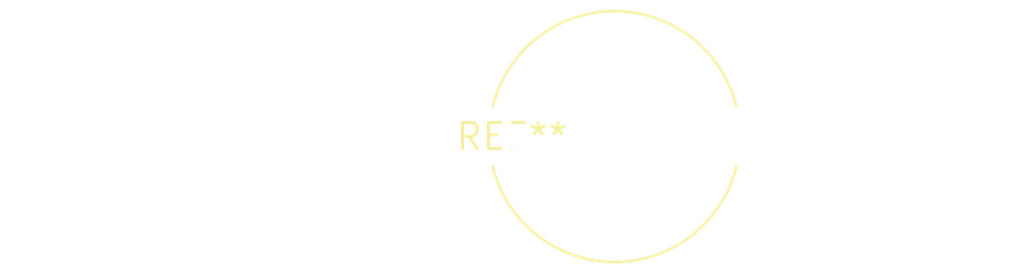
<source format=kicad_pcb>
(kicad_pcb (version 20240108) (generator pcbnew)
  (layers (0 "F.Cu" signal) (31 "B.Cu" signal) (34 "B.Paste" user) (35 "F.Paste" user) (36 "B.SilkS" user "B.Silkscreen") (37 "F.SilkS" user "F.Silkscreen") (38 "B.Mask" user) (39 "F.Mask" user) (44 "Edge.Cuts" user))
  (net 0 "")
  (footprint "L_Radial_D12.0mm_P10.00mm_Neosid_SD12k_style1" (layer "F.Cu") (at 0 0)
    (property "Reference" "REF**")
    (property "Value" "L_Radial_D12.0mm_P10.00mm_Neosid_SD12k_style1")
    (fp_arc (start -0.943299 -1.46) (mid 5 -6.12) (end 10.943299 -1.46) (layer "F.SilkS") (stroke (width 0.12)))
    (fp_arc (start 10.943299 1.46) (mid 5 6.12) (end -0.943299 1.46) (layer "F.SilkS") (stroke (width 0.12)))
    (pad "1" thru_hole circle (at 0 0) (size 2.4 2.4) (drill 1.2) (layers *.Cu *.Mask) (remove_unused_layers))
    (pad "2" thru_hole circle (at 10 0) (size 2.4 2.4) (drill 1.2) (layers *.Cu *.Mask) (remove_unused_layers))
  )
)
</source>
